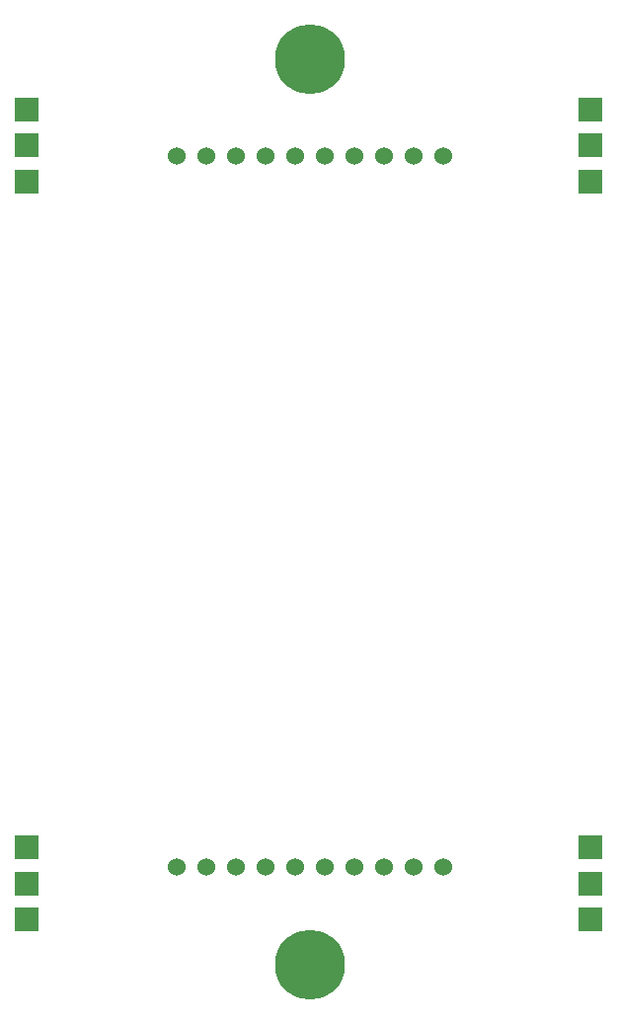
<source format=gbs>
%TF.GenerationSoftware,KiCad,Pcbnew,7.0.2*%
%TF.CreationDate,2023-05-22T00:30:28+09:00*%
%TF.ProjectId,16seg,31367365-672e-46b6-9963-61645f706362,rev?*%
%TF.SameCoordinates,Original*%
%TF.FileFunction,Soldermask,Bot*%
%TF.FilePolarity,Negative*%
%FSLAX46Y46*%
G04 Gerber Fmt 4.6, Leading zero omitted, Abs format (unit mm)*
G04 Created by KiCad (PCBNEW 7.0.2) date 2023-05-22 00:30:28*
%MOMM*%
%LPD*%
G01*
G04 APERTURE LIST*
G04 Aperture macros list*
%AMRoundRect*
0 Rectangle with rounded corners*
0 $1 Rounding radius*
0 $2 $3 $4 $5 $6 $7 $8 $9 X,Y pos of 4 corners*
0 Add a 4 corners polygon primitive as box body*
4,1,4,$2,$3,$4,$5,$6,$7,$8,$9,$2,$3,0*
0 Add four circle primitives for the rounded corners*
1,1,$1+$1,$2,$3*
1,1,$1+$1,$4,$5*
1,1,$1+$1,$6,$7*
1,1,$1+$1,$8,$9*
0 Add four rect primitives between the rounded corners*
20,1,$1+$1,$2,$3,$4,$5,0*
20,1,$1+$1,$4,$5,$6,$7,0*
20,1,$1+$1,$6,$7,$8,$9,0*
20,1,$1+$1,$8,$9,$2,$3,0*%
G04 Aperture macros list end*
%ADD10C,6.000000*%
%ADD11RoundRect,0.250001X-0.799999X-0.799999X0.799999X-0.799999X0.799999X0.799999X-0.799999X0.799999X0*%
%ADD12C,1.524000*%
G04 APERTURE END LIST*
D10*
%TO.C,*%
X159000000Y-33000000D03*
%TD*%
%TO.C,REF\u002A\u002A*%
X159000000Y-110600000D03*
%TD*%
D11*
%TO.C,J9*%
X183050000Y-43450000D03*
%TD*%
%TO.C,J12*%
X183050000Y-106740000D03*
%TD*%
%TO.C,J11*%
X183050000Y-103640000D03*
%TD*%
%TO.C,J10*%
X183050000Y-100540000D03*
%TD*%
%TO.C,J8*%
X183050000Y-40350000D03*
%TD*%
%TO.C,J7*%
X183050000Y-37250000D03*
%TD*%
%TO.C,J6*%
X134730000Y-106740000D03*
%TD*%
%TO.C,J5*%
X134730000Y-103640000D03*
%TD*%
%TO.C,J4*%
X134730000Y-100530000D03*
%TD*%
%TO.C,J3*%
X134730000Y-43450000D03*
%TD*%
%TO.C,J2*%
X134730000Y-40350000D03*
%TD*%
%TO.C,J1*%
X134730000Y-37250000D03*
%TD*%
D12*
%TO.C,seg1*%
X147610000Y-41275000D03*
X150150000Y-41275000D03*
X152690000Y-41275000D03*
X155230000Y-41275000D03*
X157770000Y-41275000D03*
X160310000Y-41275000D03*
X162850000Y-41275000D03*
X165390000Y-41275000D03*
X167930000Y-41275000D03*
X170470000Y-41275000D03*
X170470000Y-102235000D03*
X167930000Y-102235000D03*
X165390000Y-102235000D03*
X162850000Y-102235000D03*
X160310000Y-102235000D03*
X157770000Y-102235000D03*
X155230000Y-102235000D03*
X152690000Y-102235000D03*
X150150000Y-102235000D03*
X147610000Y-102235000D03*
%TD*%
M02*

</source>
